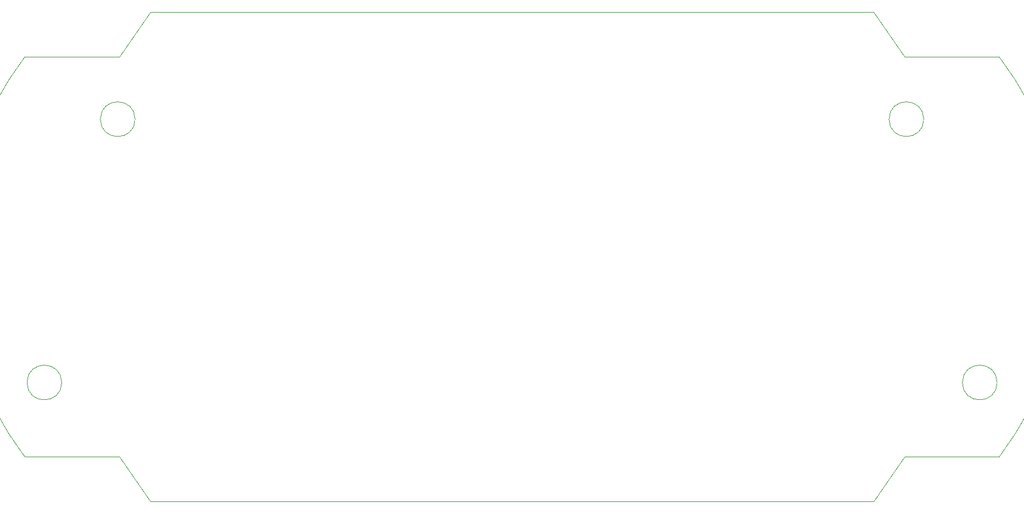
<source format=gbr>
G04 #@! TF.FileFunction,Profile,NP*
%FSLAX46Y46*%
G04 Gerber Fmt 4.6, Leading zero omitted, Abs format (unit mm)*
G04 Created by KiCad (PCBNEW 4.0.4-stable) date Saturday, May 13, 2017 'PMt' 04:56:53 PM*
%MOMM*%
%LPD*%
G01*
G04 APERTURE LIST*
%ADD10C,0.100000*%
G04 APERTURE END LIST*
D10*
X211249260Y-126492000D02*
G75*
G03X211249260Y-126492000I-2562860J0D01*
G01*
X73276460Y-126492000D02*
G75*
G03X73276460Y-126492000I-2562860J0D01*
G01*
X200428860Y-87630000D02*
G75*
G03X200428860Y-87630000I-2562860J0D01*
G01*
X84096860Y-87630000D02*
G75*
G03X84096860Y-87630000I-2562860J0D01*
G01*
X211573848Y-137450139D02*
G75*
G03X211582000Y-78460600I-38853848J29500139D01*
G01*
X67826152Y-137450139D02*
G75*
G02X67818000Y-78460600I38853848J29500139D01*
G01*
X81788000Y-137439400D02*
X67818000Y-137439400D01*
X197612000Y-137439400D02*
X211582000Y-137439400D01*
X86360000Y-144043400D02*
X81788000Y-137439400D01*
X193040000Y-144043400D02*
X197612000Y-137439400D01*
X86360000Y-144043400D02*
X193040000Y-144043400D01*
X81788000Y-78460600D02*
X67818000Y-78460600D01*
X197612000Y-78460600D02*
X211582000Y-78460600D01*
X193040000Y-71856600D02*
X197612000Y-78460600D01*
X86360000Y-71856600D02*
X81788000Y-78460600D01*
X86360000Y-71856600D02*
X193040000Y-71856600D01*
M02*

</source>
